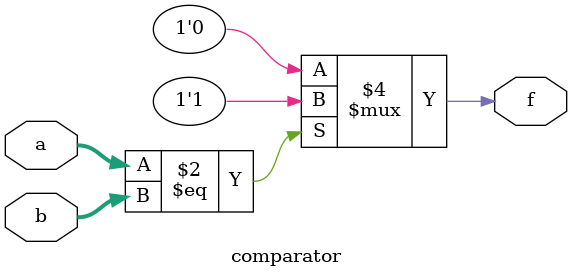
<source format=sv>
module comparator #(parameter width = 9)
(
	input [width-1:0] a,b,
	output logic f
);

always_comb
begin
	if ( a == b )
		f = 1'b1;
	else
		f = 1'b0;
end

endmodule : comparator
		

</source>
